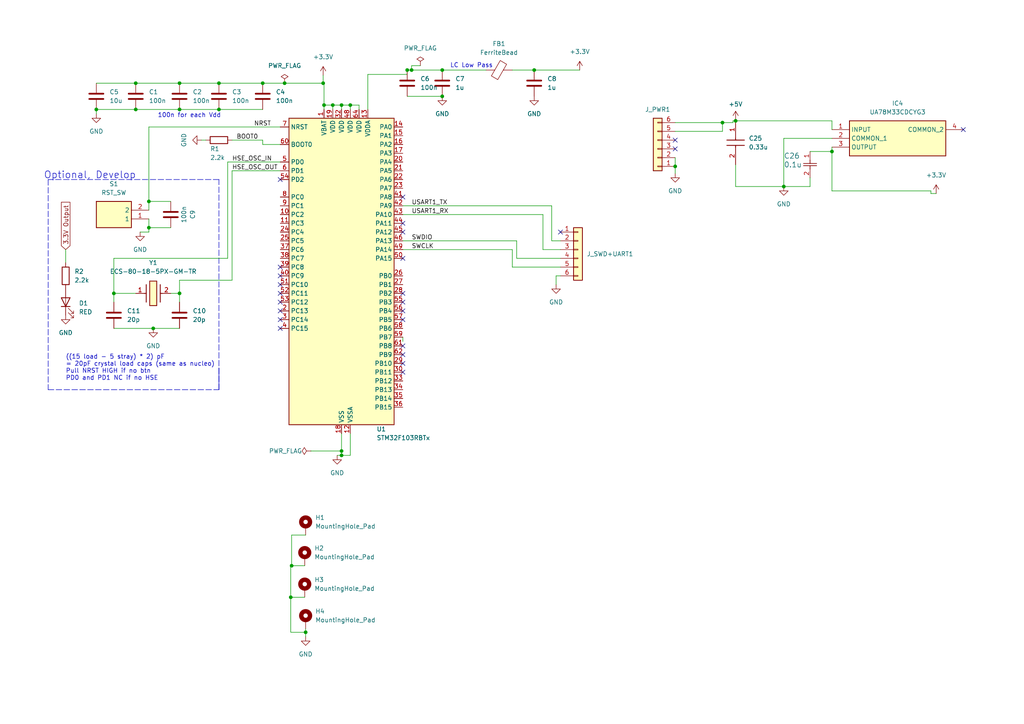
<source format=kicad_sch>
(kicad_sch (version 20230121) (generator eeschema)
  (paper "A4")
  (title_block (title "Robot Pcb") (date "2024-03-13") (company "Karim Ait-Allaoua") (comment 1 "BOOT0: LOW for always main flash memory") (comment 2 "Optional, Develop parts not needed for final design"))
  (lib_symbols
    (symbol "Connector_Generic:Conn_01x06" (pin_names (offset 1.016) hide)
      (property "Reference" "J" (at 0 7.62 0))
      (property "Value" "Conn_01x06" (at 0 -10.16 0))
      (symbol "Conn_01x06_1_1"
        (rectangle (start -1.27 -7.493) (end 0 -7.747) (stroke (width 0.1524)))
        (rectangle (start -1.27 -4.953) (end 0 -5.207) (stroke (width 0.1524)))
        (rectangle (start -1.27 -2.413) (end 0 -2.667) (stroke (width 0.1524)))
        (rectangle (start -1.27 0.127) (end 0 -0.127) (stroke (width 0.1524)))
        (rectangle (start -1.27 2.667) (end 0 2.413) (stroke (width 0.1524)))
        (rectangle (start -1.27 5.207) (end 0 4.953) (stroke (width 0.1524)))
        (rectangle (start -1.27 6.35) (end 1.27 -8.89) (stroke (width 0.254)) (fill (type background)))
        (pin passive line (at -5.08 5.08 0) (length 3.81) (name "Pin_1") (number "1"))
        (pin passive line (at -5.08 2.54 0) (length 3.81) (name "Pin_2") (number "2"))
        (pin passive line (at -5.08 0 0) (length 3.81) (name "Pin_3") (number "3"))
        (pin passive line (at -5.08 -2.54 0) (length 3.81) (name "Pin_4") (number "4"))
        (pin passive line (at -5.08 -5.08 0) (length 3.81) (name "Pin_5") (number "5"))
        (pin passive line (at -5.08 -7.62 0) (length 3.81) (name "Pin_6") (number "6"))
      )
    )
    (symbol "Device:C" (pin_numbers hide) (pin_names (offset 0.254))
      (property "Reference" "C" (at 0.635 2.54 0))
      (property "Value" "C" (at 0.635 -2.54 0))
      (symbol "C_0_1"
        (polyline (pts (xy -2.032 -0.762) (xy 2.032 -0.762)) (stroke (width 0.508)))
        (polyline (pts (xy -2.032 0.762) (xy 2.032 0.762)) (stroke (width 0.508)))
      )
      (symbol "C_1_1"
        (pin passive line (at 0 3.81 270) (length 2.794) (name "~") (number "1"))
        (pin passive line (at 0 -3.81 90) (length 2.794) (name "~") (number "2"))
      )
    )
    (symbol "Device:FerriteBead" (pin_numbers hide) (pin_names (offset 0))
      (property "Reference" "FB" (at -3.81 0.635 90))
      (property "Value" "FerriteBead" (at 3.81 0 90))
      (symbol "FerriteBead_0_1"
        (polyline (pts (xy 0 -1.27) (xy 0 -1.2192)))
        (polyline (pts (xy 0 1.27) (xy 0 1.2954)))
        (polyline (pts (xy -2.7686 0.4064) (xy -1.7018 2.2606) (xy 2.7686 -0.3048) (xy 1.6764 -2.159) (xy -2.7686 0.4064)))
      )
      (symbol "FerriteBead_1_1"
        (pin passive line (at 0 3.81 270) (length 2.54) (name "~") (number "1"))
        (pin passive line (at 0 -3.81 90) (length 2.54) (name "~") (number "2"))
      )
    )
    (symbol "Device:LED" (pin_numbers hide) (pin_names (offset 1.016) hide)
      (property "Reference" "D" (at 0 2.54 0))
      (property "Value" "LED" (at 0 -2.54 0))
      (symbol "LED_0_1"
        (polyline (pts (xy -1.27 -1.27) (xy -1.27 1.27)) (stroke (width 0.254)))
        (polyline (pts (xy -1.27 0) (xy 1.27 0)))
        (polyline (pts (xy 1.27 -1.27) (xy 1.27 1.27) (xy -1.27 0) (xy 1.27 -1.27)) (stroke (width 0.254)))
        (polyline (pts (xy -3.048 -0.762) (xy -4.572 -2.286) (xy -3.81 -2.286) (xy -4.572 -2.286) (xy -4.572 -1.524)))
        (polyline (pts (xy -1.778 -0.762) (xy -3.302 -2.286) (xy -2.54 -2.286) (xy -3.302 -2.286) (xy -3.302 -1.524)))
      )
      (symbol "LED_1_1"
        (pin passive line (at -3.81 0 0) (length 2.54) (name "K") (number "1"))
        (pin passive line (at 3.81 0 180) (length 2.54) (name "A") (number "2"))
      )
    )
    (symbol "Device:R" (pin_numbers hide) (pin_names (offset 0))
      (property "Reference" "R" (at 2.032 0 90))
      (property "Value" "R" (at 0 0 90))
      (symbol "R_0_1"
        (rectangle (start -1.016 -2.54) (end 1.016 2.54) (stroke (width 0.254)))
      )
      (symbol "R_1_1"
        (pin passive line (at 0 3.81 270) (length 1.27) (name "~") (number "1"))
        (pin passive line (at 0 -3.81 90) (length 1.27) (name "~") (number "2"))
      )
    )
    (symbol "MCU_ST_STM32F1:STM32F103RBTx"
      (property "Reference" "U" (at -15.24 46.99 0))
      (property "Value" "STM32F103RBTx" (at 10.16 46.99 0))
      (symbol "STM32F103RBTx_0_1"
        (rectangle (start -15.24 -43.18) (end 15.24 45.72) (stroke (width 0.254)) (fill (type background)))
      )
      (symbol "STM32F103RBTx_1_1"
        (pin power_in line (at -5.08 48.26 270) (length 2.54) (name "VBAT") (number "1"))
        (pin bidirectional line (at -17.78 17.78 0) (length 2.54) (name "PC2") (number "10"))
        (pin bidirectional line (at -17.78 15.24 0) (length 2.54) (name "PC3") (number "11"))
        (pin power_in line (at 2.54 -45.72 90) (length 2.54) (name "VSSA") (number "12"))
        (pin power_in line (at 7.62 48.26 270) (length 2.54) (name "VDDA") (number "13"))
        (pin bidirectional line (at 17.78 43.18 180) (length 2.54) (name "PA0") (number "14"))
        (pin bidirectional line (at 17.78 40.64 180) (length 2.54) (name "PA1") (number "15"))
        (pin bidirectional line (at 17.78 38.1 180) (length 2.54) (name "PA2") (number "16"))
        (pin bidirectional line (at 17.78 35.56 180) (length 2.54) (name "PA3") (number "17"))
        (pin power_in line (at 0 -45.72 90) (length 2.54) (name "VSS") (number "18"))
        (pin power_in line (at -2.54 48.26 270) (length 2.54) (name "VDD") (number "19"))
        (pin bidirectional line (at -17.78 -10.16 0) (length 2.54) (name "PC13") (number "2"))
        (pin bidirectional line (at 17.78 33.02 180) (length 2.54) (name "PA4") (number "20"))
        (pin bidirectional line (at 17.78 30.48 180) (length 2.54) (name "PA5") (number "21"))
        (pin bidirectional line (at 17.78 27.94 180) (length 2.54) (name "PA6") (number "22"))
        (pin bidirectional line (at 17.78 25.4 180) (length 2.54) (name "PA7") (number "23"))
        (pin bidirectional line (at -17.78 12.7 0) (length 2.54) (name "PC4") (number "24"))
        (pin bidirectional line (at -17.78 10.16 0) (length 2.54) (name "PC5") (number "25"))
        (pin bidirectional line (at 17.78 0 180) (length 2.54) (name "PB0") (number "26"))
        (pin bidirectional line (at 17.78 -2.54 180) (length 2.54) (name "PB1") (number "27"))
        (pin bidirectional line (at 17.78 -5.08 180) (length 2.54) (name "PB2") (number "28"))
        (pin bidirectional line (at 17.78 -25.4 180) (length 2.54) (name "PB10") (number "29"))
        (pin bidirectional line (at -17.78 -12.7 0) (length 2.54) (name "PC14") (number "3"))
        (pin bidirectional line (at 17.78 -27.94 180) (length 2.54) (name "PB11") (number "30"))
        (pin passive line (at 0 -45.72 90) (length 2.54) hide (name "VSS") (number "31"))
        (pin power_in line (at 0 48.26 270) (length 2.54) (name "VDD") (number "32"))
        (pin bidirectional line (at 17.78 -30.48 180) (length 2.54) (name "PB12") (number "33"))
        (pin bidirectional line (at 17.78 -33.02 180) (length 2.54) (name "PB13") (number "34"))
        (pin bidirectional line (at 17.78 -35.56 180) (length 2.54) (name "PB14") (number "35"))
        (pin bidirectional line (at 17.78 -38.1 180) (length 2.54) (name "PB15") (number "36"))
        (pin bidirectional line (at -17.78 7.62 0) (length 2.54) (name "PC6") (number "37"))
        (pin bidirectional line (at -17.78 5.08 0) (length 2.54) (name "PC7") (number "38"))
        (pin bidirectional line (at -17.78 2.54 0) (length 2.54) (name "PC8") (number "39"))
        (pin bidirectional line (at -17.78 -15.24 0) (length 2.54) (name "PC15") (number "4"))
        (pin bidirectional line (at -17.78 0 0) (length 2.54) (name "PC9") (number "40"))
        (pin bidirectional line (at 17.78 22.86 180) (length 2.54) (name "PA8") (number "41"))
        (pin bidirectional line (at 17.78 20.32 180) (length 2.54) (name "PA9") (number "42"))
        (pin bidirectional line (at 17.78 17.78 180) (length 2.54) (name "PA10") (number "43"))
        (pin bidirectional line (at 17.78 15.24 180) (length 2.54) (name "PA11") (number "44"))
        (pin bidirectional line (at 17.78 12.7 180) (length 2.54) (name "PA12") (number "45"))
        (pin bidirectional line (at 17.78 10.16 180) (length 2.54) (name "PA13") (number "46"))
        (pin passive line (at 0 -45.72 90) (length 2.54) hide (name "VSS") (number "47"))
        (pin power_in line (at 2.54 48.26 270) (length 2.54) (name "VDD") (number "48"))
        (pin bidirectional line (at 17.78 7.62 180) (length 2.54) (name "PA14") (number "49"))
        (pin bidirectional line (at -17.78 33.02 0) (length 2.54) (name "PD0") (number "5"))
        (pin bidirectional line (at 17.78 5.08 180) (length 2.54) (name "PA15") (number "50"))
        (pin bidirectional line (at -17.78 -2.54 0) (length 2.54) (name "PC10") (number "51"))
        (pin bidirectional line (at -17.78 -5.08 0) (length 2.54) (name "PC11") (number "52"))
        (pin bidirectional line (at -17.78 -7.62 0) (length 2.54) (name "PC12") (number "53"))
        (pin bidirectional line (at -17.78 27.94 0) (length 2.54) (name "PD2") (number "54"))
        (pin bidirectional line (at 17.78 -7.62 180) (length 2.54) (name "PB3") (number "55"))
        (pin bidirectional line (at 17.78 -10.16 180) (length 2.54) (name "PB4") (number "56"))
        (pin bidirectional line (at 17.78 -12.7 180) (length 2.54) (name "PB5") (number "57"))
        (pin bidirectional line (at 17.78 -15.24 180) (length 2.54) (name "PB6") (number "58"))
        (pin bidirectional line (at 17.78 -17.78 180) (length 2.54) (name "PB7") (number "59"))
        (pin bidirectional line (at -17.78 30.48 0) (length 2.54) (name "PD1") (number "6"))
        (pin input line (at -17.78 38.1 0) (length 2.54) (name "BOOT0") (number "60"))
        (pin bidirectional line (at 17.78 -20.32 180) (length 2.54) (name "PB8") (number "61"))
        (pin bidirectional line (at 17.78 -22.86 180) (length 2.54) (name "PB9") (number "62"))
        (pin passive line (at 0 -45.72 90) (length 2.54) hide (name "VSS") (number "63"))
        (pin power_in line (at 5.08 48.26 270) (length 2.54) (name "VDD") (number "64"))
        (pin input line (at -17.78 43.18 0) (length 2.54) (name "NRST") (number "7"))
        (pin bidirectional line (at -17.78 22.86 0) (length 2.54) (name "PC0") (number "8"))
        (pin bidirectional line (at -17.78 20.32 0) (length 2.54) (name "PC1") (number "9"))
      )
    )
    (symbol "Mechanical:MountingHole_Pad" (pin_numbers hide) (pin_names (offset 1.016) hide)
      (property "Reference" "H" (at 0 6.35 0))
      (property "Value" "MountingHole_Pad" (at 0 4.445 0))
      (symbol "MountingHole_Pad_0_1"
        (circle (center 0 1.27) (radius 1.27) (stroke (width 1.27)))
      )
      (symbol "MountingHole_Pad_1_1"
        (pin input line (at 0 -2.54 90) (length 2.54) (name "1") (number "1"))
      )
    )
    (symbol "capstone:95C04A3GWRT"
      (property "Reference" "S" (at 16.51 7.62 0))
      (property "Value" "95C04A3GWRT" (at 16.51 5.08 0))
      (symbol "95C04A3GWRT_1_1"
        (rectangle (start 5.08 2.54) (end 15.24 -5.08) (stroke (width 0.254)) (fill (type background)))
        (pin passive line (at 0 0 0) (length 5.08) (name "1") (number "1"))
        (pin passive line (at 0 -2.54 0) (length 5.08) (name "2") (number "2"))
      )
    )
    (symbol "capstone:C0805C104K5RAC7210" (pin_names (offset 0.254))
      (property "Reference" "C" (at 3.81 3.81 0))
      (property "Value" "C0805C104K5RAC7210" (at 3.81 -3.81 0))
      (symbol "C0805C104K5RAC7210_1_1"
        (polyline (pts (xy 2.54 0) (xy 3.4798 0)) (stroke (width 0.2032)))
        (polyline (pts (xy 3.4798 -1.905) (xy 3.4798 1.905)) (stroke (width 0.2032)))
        (polyline (pts (xy 4.1148 -1.905) (xy 4.1148 1.905)) (stroke (width 0.2032)))
        (polyline (pts (xy 4.1148 0) (xy 5.08 0)) (stroke (width 0.2032)))
        (pin unspecified line (at 0 0 0) (length 2.54) (name "") (number "1"))
        (pin unspecified line (at 7.62 0 180) (length 2.54) (name "") (number "2"))
      )
      (symbol "C0805C104K5RAC7210_1_2"
        (polyline (pts (xy -1.905 -4.1148) (xy 1.905 -4.1148)) (stroke (width 0.2032)))
        (polyline (pts (xy -1.905 -3.4798) (xy 1.905 -3.4798)) (stroke (width 0.2032)))
        (polyline (pts (xy 0 -4.1148) (xy 0 -5.08)) (stroke (width 0.2032)))
        (polyline (pts (xy 0 -2.54) (xy 0 -3.4798)) (stroke (width 0.2032)))
        (pin unspecified line (at 0 0 270) (length 2.54) (name "") (number "1"))
        (pin unspecified line (at 0 -7.62 90) (length 2.54) (name "") (number "2"))
      )
    )
    (symbol "capstone:C0805C334K3RACAUTO7210" (pin_names hide)
      (property "Reference" "C" (at 8.89 6.35 0))
      (property "Value" "0.33u" (at 8.89 3.81 0))
      (symbol "C0805C334K3RACAUTO7210_1_1"
        (polyline (pts (xy 5.08 0) (xy 5.588 0)) (stroke (width 0.254)))
        (polyline (pts (xy 5.588 2.54) (xy 5.588 -2.54)) (stroke (width 0.254)))
        (polyline (pts (xy 7.112 0) (xy 7.62 0)) (stroke (width 0.254)))
        (polyline (pts (xy 7.112 2.54) (xy 7.112 -2.54)) (stroke (width 0.254)))
        (pin passive line (at 0 0 0) (length 5.08) (name "1") (number "1"))
        (pin passive line (at 12.7 0 180) (length 5.08) (name "2") (number "2"))
      )
    )
    (symbol "capstone:ECS-80-18-5PX-GM-TR" (pin_names hide)
      (property "Reference" "Y" (at 8.89 6.35 0))
      (property "Value" "ECS-80-18-5PX-GM-TR" (at 8.89 3.81 0))
      (symbol "ECS-80-18-5PX-GM-TR_1_1"
        (polyline (pts (xy 3.048 0) (xy 2.54 0)) (stroke (width 0.254)))
        (polyline (pts (xy 3.048 2.54) (xy 3.048 -2.54)) (stroke (width 0.254)))
        (polyline (pts (xy 7.112 0) (xy 7.62 0)) (stroke (width 0.254)))
        (polyline (pts (xy 7.112 2.54) (xy 7.112 -2.54)) (stroke (width 0.254)))
        (rectangle (start 4.064 3.556) (end 6.096 -3.556) (stroke (width 0.254)) (fill (type background)))
        (pin passive line (at 0 0 0) (length 2.54) (name "1") (number "1"))
        (pin passive line (at 10.16 0 180) (length 2.54) (name "2") (number "2"))
      )
    )
    (symbol "capstone:UA78M33CDCYG3"
      (property "Reference" "IC" (at 34.29 7.62 0))
      (property "Value" "UA78M33CDCYG3" (at 34.29 5.08 0))
      (symbol "UA78M33CDCYG3_1_1"
        (rectangle (start 5.08 2.54) (end 33.02 -7.62) (stroke (width 0.254)) (fill (type background)))
        (pin passive line (at 0 0 0) (length 5.08) (name "INPUT") (number "1"))
        (pin passive line (at 0 -2.54 0) (length 5.08) (name "COMMON_1") (number "2"))
        (pin passive line (at 0 -5.08 0) (length 5.08) (name "OUTPUT") (number "3"))
        (pin passive line (at 38.1 0 180) (length 5.08) (name "COMMON_2") (number "4"))
      )
    )
    (symbol "power:+3.3V" (power) (pin_names (offset 0))
      (property "Value" "+3.3V" (at 0 3.556 0))
      (symbol "+3.3V_0_1"
        (polyline (pts (xy -0.762 1.27) (xy 0 2.54)))
        (polyline (pts (xy 0 0) (xy 0 2.54)))
        (polyline (pts (xy 0 2.54) (xy 0.762 1.27)))
      )
      (symbol "+3.3V_1_1"
        (pin power_in line (at 0 0 90) (length 0) hide (name "+3.3V") (number "1"))
      )
    )
    (symbol "power:+5V" (power) (pin_names (offset 0))
      (property "Value" "+5V" (at 0 3.556 0))
      (symbol "+5V_0_1"
        (polyline (pts (xy -0.762 1.27) (xy 0 2.54)))
        (polyline (pts (xy 0 0) (xy 0 2.54)))
        (polyline (pts (xy 0 2.54) (xy 0.762 1.27)))
      )
      (symbol "+5V_1_1"
        (pin power_in line (at 0 0 90) (length 0) hide (name "+5V") (number "1"))
      )
    )
    (symbol "power:GND" (power) (pin_names (offset 0))
      (property "Value" "GND" (at 0 -3.81 0))
      (symbol "GND_0_1"
        (polyline (pts (xy 0 0) (xy 0 -1.27) (xy 1.27 -1.27) (xy 0 -2.54) (xy -1.27 -1.27) (xy 0 -1.27)))
      )
      (symbol "GND_1_1"
        (pin power_in line (at 0 0 270) (length 0) hide (name "GND") (number "1"))
      )
    )
    (symbol "power:PWR_FLAG" (power) (pin_numbers hide) (pin_names (offset 0) hide)
      (property "Value" "PWR_FLAG" (at 0 3.81 0))
      (symbol "PWR_FLAG_0_0"
        (pin power_out line (at 0 0 90) (length 0) (name "pwr") (number "1"))
      )
      (symbol "PWR_FLAG_0_1"
        (polyline (pts (xy 0 0) (xy 0 1.27) (xy -1.016 1.905) (xy 0 2.54) (xy 1.016 1.905) (xy 0 1.27)))
      )
    )
  )
  (junction (at 84.328 173.228))
  (junction (at 82.55 24.13))
  (junction (at 99.06 132.08))
  (junction (at 128.27 20.32))
  (junction (at 88.646 183.388))
  (junction (at 39.37 31.75))
  (junction (at 63.5 31.75))
  (junction (at 128.27 27.94))
  (junction (at 52.07 85.09))
  (junction (at 101.6 30.48))
  (junction (at 33.02 85.09))
  (junction (at 209.55 35.56))
  (junction (at 84.582 164.084))
  (junction (at 93.98 30.48))
  (junction (at 154.94 20.32))
  (junction (at 27.94 31.75))
  (junction (at 195.834 48.26))
  (junction (at 52.07 31.75))
  (junction (at 241.3 43.942))
  (junction (at 43.18 66.04))
  (junction (at 76.2 24.13))
  (junction (at 96.52 30.48))
  (junction (at 93.726 24.13))
  (junction (at 213.36 35.052))
  (junction (at 43.18 58.42))
  (junction (at 227.33 54.102))
  (junction (at 44.45 95.25))
  (junction (at 99.06 30.48))
  (junction (at 39.37 24.13))
  (junction (at 52.07 24.13))
  (junction (at 118.11 20.32))
  (junction (at 99.06 130.81))
  (junction (at 119.38 20.32))
  (junction (at 63.5 24.13))
  (no_connect (at 81.28 90.17))
  (no_connect (at 81.28 82.55))
  (no_connect (at 116.84 85.09))
  (no_connect (at 116.84 87.63))
  (no_connect (at 116.84 67.31))
  (no_connect (at 116.84 57.15))
  (no_connect (at 116.84 107.95))
  (no_connect (at 81.28 85.09))
  (no_connect (at 81.28 80.01))
  (no_connect (at 116.84 90.17))
  (no_connect (at 195.834 40.64))
  (no_connect (at 81.28 87.63))
  (no_connect (at 279.4 37.592))
  (no_connect (at 81.28 77.47))
  (no_connect (at 116.84 100.33))
  (no_connect (at 116.84 64.77))
  (no_connect (at 116.84 74.93))
  (no_connect (at 162.56 67.31))
  (no_connect (at 116.84 105.41))
  (no_connect (at 81.28 95.25))
  (no_connect (at 81.28 92.71))
  (no_connect (at 116.84 92.71))
  (no_connect (at 116.84 102.87))
  (no_connect (at 195.834 43.18))
  (no_connect (at 81.28 52.07))
  (wire (pts (xy 39.37 24.13) (xy 52.07 24.13)))
  (wire (pts (xy 157.48 72.39) (xy 157.48 62.23)))
  (wire (pts (xy 63.5 24.13) (xy 76.2 24.13)))
  (wire (pts (xy 66.04 46.99) (xy 81.28 46.99)))
  (wire (pts (xy 118.11 20.32) (xy 119.38 20.32)))
  (wire (pts (xy 161.29 80.01) (xy 162.56 80.01)))
  (wire (pts (xy 97.79 132.08) (xy 99.06 132.08)))
  (polyline (pts (xy 13.97 113.03) (xy 63.5 113.03)) (stroke (width 0) (type dash)))
  (wire (pts (xy 93.98 30.48) (xy 96.52 30.48)))
  (wire (pts (xy 84.582 155.194) (xy 88.646 155.194)))
  (wire (pts (xy 213.36 47.752) (xy 213.36 54.102)))
  (wire (pts (xy 63.5 31.75) (xy 76.2 31.75)))
  (wire (pts (xy 162.56 72.39) (xy 157.48 72.39)))
  (wire (pts (xy 162.56 77.47) (xy 148.59 77.47)))
  (wire (pts (xy 49.53 85.09) (xy 52.07 85.09)))
  (wire (pts (xy 90.17 130.81) (xy 99.06 130.81)))
  (wire (pts (xy 195.834 48.26) (xy 195.834 50.292)))
  (wire (pts (xy 128.27 20.32) (xy 140.97 20.32)))
  (wire (pts (xy 44.45 95.25) (xy 52.07 95.25)))
  (wire (pts (xy 106.68 21.59) (xy 118.11 21.59)))
  (wire (pts (xy 148.59 20.32) (xy 154.94 20.32)))
  (wire (pts (xy 84.582 164.084) (xy 84.582 155.194)))
  (wire (pts (xy 209.55 38.1) (xy 209.55 35.56)))
  (wire (pts (xy 118.11 21.59) (xy 118.11 20.32)))
  (wire (pts (xy 213.36 35.052) (xy 241.3 35.052)))
  (polyline (pts (xy 63.5 113.03) (xy 63.5 106.68)))
  (wire (pts (xy 101.6 125.73) (xy 101.6 132.08)))
  (wire (pts (xy 241.3 43.942) (xy 241.3 42.672)))
  (wire (pts (xy 106.68 21.59) (xy 106.68 31.75)))
  (wire (pts (xy 104.14 31.75) (xy 104.14 30.48)))
  (wire (pts (xy 213.36 54.102) (xy 227.33 54.102)))
  (wire (pts (xy 116.84 69.85) (xy 149.86 69.85)))
  (wire (pts (xy 241.3 55.372) (xy 270.002 55.372)))
  (wire (pts (xy 27.94 31.75) (xy 39.37 31.75)))
  (wire (pts (xy 43.18 63.5) (xy 43.18 66.04)))
  (wire (pts (xy 209.55 35.56) (xy 212.598 35.56)))
  (wire (pts (xy 96.52 31.75) (xy 96.52 30.48)))
  (wire (pts (xy 33.02 74.93) (xy 33.02 85.09)))
  (wire (pts (xy 234.95 54.102) (xy 227.33 54.102)))
  (wire (pts (xy 99.06 30.48) (xy 101.6 30.48)))
  (wire (pts (xy 99.06 31.75) (xy 99.06 30.48)))
  (wire (pts (xy 88.646 183.388) (xy 88.646 184.658)))
  (wire (pts (xy 161.29 82.55) (xy 161.29 80.01)))
  (wire (pts (xy 33.02 95.25) (xy 44.45 95.25)))
  (wire (pts (xy 101.6 30.48) (xy 101.6 31.75)))
  (wire (pts (xy 241.3 43.942) (xy 241.3 55.372)))
  (wire (pts (xy 195.834 35.56) (xy 209.55 35.56)))
  (wire (pts (xy 84.328 164.084) (xy 84.582 164.084)))
  (wire (pts (xy 43.18 58.42) (xy 49.53 58.42)))
  (wire (pts (xy 59.69 40.64) (xy 58.42 40.64)))
  (wire (pts (xy 52.07 24.13) (xy 63.5 24.13)))
  (wire (pts (xy 76.2 41.91) (xy 81.28 41.91)))
  (wire (pts (xy 84.328 173.228) (xy 88.392 173.228)))
  (wire (pts (xy 270.002 56.134) (xy 271.526 56.134)))
  (wire (pts (xy 99.06 132.08) (xy 99.06 130.81)))
  (wire (pts (xy 93.726 24.13) (xy 93.98 24.13)))
  (wire (pts (xy 121.92 19.05) (xy 119.38 19.05)))
  (wire (pts (xy 84.328 183.388) (xy 84.328 173.228)))
  (wire (pts (xy 39.37 31.75) (xy 52.07 31.75)))
  (wire (pts (xy 67.31 49.53) (xy 81.28 49.53)))
  (wire (pts (xy 43.18 58.42) (xy 43.18 60.96)))
  (wire (pts (xy 27.94 31.75) (xy 27.94 33.02)))
  (wire (pts (xy 234.95 51.562) (xy 234.95 54.102)))
  (wire (pts (xy 43.18 67.31) (xy 40.64 67.31)))
  (wire (pts (xy 227.33 40.132) (xy 241.3 40.132)))
  (wire (pts (xy 93.726 21.844) (xy 93.726 24.13)))
  (wire (pts (xy 160.02 69.85) (xy 162.56 69.85)))
  (wire (pts (xy 27.94 24.13) (xy 39.37 24.13)))
  (wire (pts (xy 99.06 125.73) (xy 99.06 130.81)))
  (wire (pts (xy 67.31 40.64) (xy 76.2 40.64)))
  (wire (pts (xy 43.18 36.83) (xy 43.18 58.42)))
  (wire (pts (xy 88.646 183.388) (xy 84.328 183.388)))
  (wire (pts (xy 88.646 182.372) (xy 88.646 183.388)))
  (wire (pts (xy 66.04 74.93) (xy 33.02 74.93)))
  (wire (pts (xy 104.14 30.48) (xy 101.6 30.48)))
  (wire (pts (xy 66.04 46.99) (xy 66.04 74.93)))
  (polyline (pts (xy 63.5 113.03) (xy 63.5 52.07)) (stroke (width 0) (type dash)))
  (wire (pts (xy 96.52 30.48) (xy 99.06 30.48)))
  (wire (pts (xy 43.18 36.83) (xy 81.28 36.83)))
  (wire (pts (xy 76.2 24.13) (xy 82.55 24.13)))
  (wire (pts (xy 227.33 54.102) (xy 227.33 40.132)))
  (wire (pts (xy 93.98 24.13) (xy 93.98 30.48)))
  (wire (pts (xy 33.02 85.09) (xy 39.37 85.09)))
  (wire (pts (xy 43.18 66.04) (xy 43.18 67.31)))
  (wire (pts (xy 168.148 20.32) (xy 154.94 20.32)))
  (wire (pts (xy 160.02 59.69) (xy 160.02 69.85)))
  (wire (pts (xy 270.002 55.372) (xy 270.002 56.134)))
  (wire (pts (xy 195.834 38.1) (xy 209.55 38.1)))
  (polyline (pts (xy 13.97 52.07) (xy 13.97 113.03)) (stroke (width 0) (type dash)))
  (wire (pts (xy 148.59 72.39) (xy 116.84 72.39)))
  (wire (pts (xy 119.38 19.05) (xy 119.38 20.32)))
  (wire (pts (xy 43.18 66.04) (xy 49.53 66.04)))
  (wire (pts (xy 148.59 72.39) (xy 148.59 77.47)))
  (wire (pts (xy 84.328 173.228) (xy 84.328 164.084)))
  (wire (pts (xy 213.36 34.798) (xy 213.36 35.052)))
  (wire (pts (xy 234.95 43.942) (xy 241.3 43.942)))
  (wire (pts (xy 84.582 164.084) (xy 88.392 164.084)))
  (wire (pts (xy 195.834 45.72) (xy 195.834 48.26)))
  (wire (pts (xy 212.598 35.56) (xy 212.598 35.052)))
  (wire (pts (xy 118.11 27.94) (xy 128.27 27.94)))
  (wire (pts (xy 99.06 132.08) (xy 101.6 132.08)))
  (wire (pts (xy 76.2 40.64) (xy 76.2 41.91)))
  (wire (pts (xy 119.38 20.32) (xy 128.27 20.32)))
  (wire (pts (xy 52.07 81.28) (xy 67.31 81.28)))
  (wire (pts (xy 19.05 72.39) (xy 19.05 76.2)))
  (wire (pts (xy 52.07 85.09) (xy 52.07 87.63)))
  (polyline (pts (xy 63.5 52.07) (xy 13.97 52.07)) (stroke (width 0) (type dash)))
  (wire (pts (xy 116.84 59.69) (xy 160.02 59.69)))
  (wire (pts (xy 162.56 74.93) (xy 149.86 74.93)))
  (wire (pts (xy 33.02 85.09) (xy 33.02 87.63)))
  (wire (pts (xy 82.55 24.13) (xy 93.726 24.13)))
  (wire (pts (xy 93.98 31.75) (xy 93.98 30.48)))
  (wire (pts (xy 52.07 81.28) (xy 52.07 85.09)))
  (wire (pts (xy 157.48 62.23) (xy 116.84 62.23)))
  (wire (pts (xy 149.86 74.93) (xy 149.86 69.85)))
  (wire (pts (xy 116.84 99.06) (xy 116.84 97.79)))
  (wire (pts (xy 212.598 35.052) (xy 213.36 35.052)))
  (wire (pts (xy 52.07 31.75) (xy 63.5 31.75)))
  (wire (pts (xy 241.3 35.052) (xy 241.3 37.592)))
  (wire (pts (xy 67.31 81.28) (xy 67.31 49.53)))
  (text "((15 load - 5 stray) * 2) pF \n= 20pF crystal load caps (same as nucleo)\nPull NRST HIGH if no btn\nPD0 and PD1 NC if no HSE" (at 19.05 110.49 0) (effects (font (size 1.27 1.27)) (justify left bottom)))
  (text "Optional, Develop" (at 12.7 52.07 0) (effects (font (size 2 2)) (justify left bottom)))
  (text "100n for each Vdd" (at 45.72 34.29 0) (effects (font (size 1.27 1.27)) (justify left bottom)))
  (text "LC Low Pass" (at 130.556 19.812 0) (effects (font (size 1.27 1.27)) (justify left bottom)))
  (label "HSE_OSC_OUT" (at 67.31 49.53 0))
  (label "USART1_TX" (at 119.38 59.69 0))
  (label "HSE_OSC_IN" (at 67.31 46.99 0))
  (label "SWCLK" (at 119.38 72.39 0))
  (label "USART1_RX" (at 119.38 62.23 0))
  (label "BOOT0" (at 68.58 40.64 0))
  (label "NRST" (at 73.66 36.83 0))
  (label "SWDIO" (at 119.38 69.85 0))
  (global_label "3.3V Output" (shape input) (at 19.05 72.39 90) (property "Intersheetrefs" "${INTERSHEET_REFS}" (effects hide)))
  (symbol (lib_id "Mechanical:MountingHole_Pad") (at 88.646 179.832 0) (unit 1)
    (property "Reference" "H4" (at 91.44 177.292 0) (effects (justify left)))
    (property "Value" "MountingHole_Pad" (at 91.44 179.832 0) (effects (justify left)))
    (property "Footprint" "MountingHole:MountingHole_3.2mm_M3_Pad_Via" (effects hide))
  )
  (symbol (lib_id "MCU_ST_STM32F1:STM32F103RBTx") (at 99.06 80.01 0) (unit 1)
    (property "Reference" "U1" (at 109.22 124.46 0) (effects (justify left)))
    (property "Value" "STM32F103RBTx" (at 109.22 127 0) (effects (justify left)))
    (property "Footprint" "Package_QFP:LQFP-64_10x10mm_P0.5mm" (effects hide))
    (property "Datasheet" "https://www.st.com/resource/en/datasheet/stm32f103rb.pdf" (effects hide))
  )
  (symbol (lib_id "Device:C") (at 27.94 27.94 0) (unit 1)
    (property "Reference" "C5" (at 31.75 26.67 0) (effects (justify left)))
    (property "Value" "10u" (at 31.75 29.21 0) (effects (justify left)))
    (property "Footprint" "Capacitor_SMD:C_0603_1608Metric" (effects hide))
  )
  (symbol (lib_id "power:GND") (at 154.94 27.94 0) (unit 1)
    (property "Reference" "#PWR06" (effects hide))
    (property "Value" "GND" (at 154.94 33.02 0))
  )
  (symbol (lib_id "Connector_Generic:Conn_01x06") (at 167.64 72.39 0) (unit 1)
    (property "Reference" "J_SWD+UART1" (at 170.18 73.66 0) (effects (justify left)))
    (property "Value" "Conn_01x06" (effects hide))
    (property "Footprint" "Connector_PinHeader_2.54mm:PinHeader_1x06_P2.54mm_Vertical" (effects hide))
  )
  (symbol (lib_id "Device:C") (at 49.53 62.23 180) (unit 1)
    (property "Reference" "C9" (at 55.88 62.23 90))
    (property "Value" "100n" (at 53.34 62.23 90))
    (property "Footprint" "Capacitor_SMD:C_0402_1005Metric" (effects hide))
  )
  (symbol (lib_id "Mechanical:MountingHole_Pad") (at 88.392 161.544 0) (unit 1)
    (property "Reference" "H2" (at 91.186 159.004 0) (effects (justify left)))
    (property "Value" "MountingHole_Pad" (at 91.186 161.544 0) (effects (justify left)))
    (property "Footprint" "MountingHole:MountingHole_3.2mm_M3_Pad_Via" (effects hide))
  )
  (symbol (lib_id "power:GND") (at 88.646 184.658 0) (unit 1)
    (property "Reference" "#PWR019" (effects hide))
    (property "Value" "GND" (at 88.646 189.738 0))
  )
  (symbol (lib_id "Device:C") (at 118.11 24.13 0) (unit 1)
    (property "Reference" "C6" (at 121.92 22.86 0) (effects (justify left)))
    (property "Value" "100n" (at 121.92 25.4 0) (effects (justify left)))
    (property "Footprint" "Capacitor_SMD:C_0402_1005Metric" (effects hide))
  )
  (symbol (lib_id "power:GND") (at 128.27 27.94 0) (unit 1)
    (property "Reference" "#PWR07" (effects hide))
    (property "Value" "GND" (at 128.27 33.02 0))
  )
  (symbol (lib_id "power:GND") (at 40.64 67.31 0) (unit 1)
    (property "Reference" "#PWR08" (effects hide))
    (property "Value" "GND" (at 40.64 72.39 0))
  )
  (symbol (lib_id "capstone:95C04A3GWRT") (at 43.18 63.5 180) (unit 1)
    (property "Reference" "S1" (at 33.02 53.34 0))
    (property "Value" "RST_SW" (at 33.02 55.88 0))
    (property "Footprint" "capstone:95C04A3GWRT" (effects hide))
    (property "Mouser Part Number" "706-95C04A3GWRT" (effects hide))
    (property "Mouser Price/Stock" "https://www.mouser.co.uk/ProductDetail/Grayhill/95C04A3GWRT?qs=ls7QRyWmRk61gE7yXPOhmQ%3D%3D" (effects hide))
    (property "Manufacturer_Name" "Grayhill" (effects hide))
    (property "Manufacturer_Part_Number" "95C04A3GWRT" (effects hide))
  )
  (symbol (lib_id "Device:R") (at 19.05 80.01 0) (unit 1)
    (property "Reference" "R2" (at 21.59 78.74 0) (effects (justify left)))
    (property "Value" "2.2k" (at 21.59 81.28 0) (effects (justify left)))
    (property "Footprint" "Resistor_SMD:R_0402_1005Metric" (effects hide))
  )
  (symbol (lib_id "power:PWR_FLAG") (at 121.92 19.05 0) (unit 1)
    (property "Reference" "#FLG01" (effects hide))
    (property "Value" "PWR_FLAG" (at 121.92 13.97 0))
  )
  (symbol (lib_id "capstone:UA78M33CDCYG3") (at 241.3 37.592 0) (unit 1)
    (property "Reference" "IC4" (at 260.35 29.972 0))
    (property "Value" "UA78M33CDCYG3" (at 260.35 32.512 0))
    (property "Footprint" "capstone:SOT230P700X180-4N" (effects hide))
    (property "Datasheet" "http://www.ti.com/lit/ds/symlink/ua78m.pdf" (effects hide))
    (property "Height" "1.8" (effects hide))
    (property "Mouser Part Number" "595-UA78M33CDCYG3" (effects hide))
    (property "Mouser Price/Stock" "https://www.mouser.co.uk/ProductDetail/Texas-Instruments/UA78M33CDCYG3?qs=0O%2FZFlpUpJU0kFSZAC76Kw%3D%3D" (effects hide))
    (property "Manufacturer_Name" "Texas Instruments" (effects hide))
    (property "Manufacturer_Part_Number" "UA78M33CDCYG3" (effects hide))
  )
  (symbol (lib_id "Mechanical:MountingHole_Pad") (at 88.392 170.688 0) (unit 1)
    (property "Reference" "H3" (at 91.186 168.148 0) (effects (justify left)))
    (property "Value" "MountingHole_Pad" (at 91.186 170.688 0) (effects (justify left)))
    (property "Footprint" "MountingHole:MountingHole_3.2mm_M3_Pad_Via" (effects hide))
  )
  (symbol (lib_id "power:+5V") (at 213.36 34.798 0) (unit 1)
    (property "Reference" "#PWR05" (effects hide))
    (property "Value" "+5V" (at 213.36 30.226 0))
  )
  (symbol (lib_id "Device:R") (at 63.5 40.64 270) (unit 1)
    (property "Reference" "R1" (at 60.96 43.18 90) (effects (justify left)))
    (property "Value" "2.2k" (at 60.96 45.72 90) (effects (justify left)))
    (property "Footprint" "Resistor_SMD:R_0402_1005Metric" (effects hide))
  )
  (symbol (lib_id "Device:C") (at 76.2 27.94 0) (unit 1)
    (property "Reference" "C4" (at 80.01 26.67 0) (effects (justify left)))
    (property "Value" "100n" (at 80.01 29.21 0) (effects (justify left)))
    (property "Footprint" "Capacitor_SMD:C_0402_1005Metric" (effects hide))
  )
  (symbol (lib_id "power:GND") (at 19.05 91.44 0) (unit 1)
    (property "Reference" "#PWR015" (effects hide))
    (property "Value" "GND" (at 19.05 96.52 0))
  )
  (symbol (lib_id "Device:C") (at 63.5 27.94 0) (unit 1)
    (property "Reference" "C3" (at 67.31 26.67 0) (effects (justify left)))
    (property "Value" "100n" (at 67.31 29.21 0) (effects (justify left)))
    (property "Footprint" "Capacitor_SMD:C_0402_1005Metric" (effects hide))
  )
  (symbol (lib_id "power:GND") (at 227.33 54.102 0) (unit 1)
    (property "Reference" "#PWR02" (effects hide))
    (property "Value" "GND" (at 227.33 59.182 0))
  )
  (symbol (lib_id "Connector_Generic:Conn_01x06") (at 190.754 43.18 180) (unit 1)
    (property "Reference" "J_PWR1" (at 190.754 31.75 0))
    (property "Value" "Conn_01x06" (effects hide))
    (property "Footprint" "Connector_PinHeader_2.54mm:PinHeader_1x06_P2.54mm_Vertical" (effects hide))
  )
  (symbol (lib_id "capstone:ECS-80-18-5PX-GM-TR") (at 39.37 85.09 0) (unit 1)
    (property "Reference" "Y1" (at 44.45 76.2 0))
    (property "Value" "ECS-80-18-5PX-GM-TR" (at 44.45 78.74 0))
    (property "Footprint" "capstone:ECS80185PXGMTR" (effects hide))
    (property "Datasheet" "https://ecsxtal.com/store/pdf/csm-7x.pdf" (effects hide))
    (property "Height" "4.3" (effects hide))
    (property "Mouser Part Number" "520-80-18-5PX-GM-TR" (effects hide))
    (property "Mouser Price/Stock" "https://www.mouser.co.uk/ProductDetail/ECS/ECS-80-18-5PX-GM-TR?qs=amGC7iS6iy9i4EiBY7c3iQ%3D%3D" (effects hide))
    (property "Manufacturer_Name" "ECS" (effects hide))
    (property "Manufacturer_Part_Number" "ECS-80-18-5PX-GM-TR" (effects hide))
  )
  (symbol (lib_id "power:PWR_FLAG") (at 82.55 24.13 0) (unit 1)
    (property "Reference" "#FLG02" (effects hide))
    (property "Value" "PWR_FLAG" (at 82.55 19.05 0))
  )
  (symbol (lib_id "power:GND") (at 44.45 95.25 0) (unit 1)
    (property "Reference" "#PWR011" (effects hide))
    (property "Value" "GND" (at 44.45 100.33 0))
  )
  (symbol (lib_id "Device:C") (at 52.07 91.44 0) (unit 1)
    (property "Reference" "C10" (at 55.88 90.17 0) (effects (justify left)))
    (property "Value" "20p" (at 55.88 92.71 0) (effects (justify left)))
    (property "Footprint" "Capacitor_SMD:C_0402_1005Metric" (effects hide))
  )
  (symbol (lib_id "Device:C") (at 154.94 24.13 0) (unit 1)
    (property "Reference" "C8" (at 158.75 22.86 0) (effects (justify left)))
    (property "Value" "1u" (at 158.75 25.4 0) (effects (justify left)))
    (property "Footprint" "Capacitor_SMD:C_0402_1005Metric" (effects hide))
  )
  (symbol (lib_id "capstone:C0805C104K5RAC7210") (at 234.95 43.942 270) (unit 1)
    (property "Reference" "C26" (at 227.33 45.212 90) (effects (font (size 1.524 1.524)) (justify left)))
    (property "Value" "0.1u" (at 227.33 47.752 90) (effects (font (size 1.524 1.524)) (justify left)))
    (property "Footprint" "capstone:CAPC220145_88N_KEM-0.1u" (effects hide))
    (property "Datasheet" "C0805C104K5RAC7210" (effects hide))
  )
  (symbol (lib_id "Device:C") (at 39.37 27.94 0) (unit 1)
    (property "Reference" "C1" (at 43.18 26.67 0) (effects (justify left)))
    (property "Value" "100n" (at 43.18 29.21 0) (effects (justify left)))
    (property "Footprint" "Resistor_SMD:R_0402_1005Metric" (effects hide))
  )
  (symbol (lib_id "Device:LED") (at 19.05 87.63 90) (unit 1)
    (property "Reference" "D1" (at 22.86 87.9475 90) (effects (justify right)))
    (property "Value" "RED" (at 22.86 90.4875 90) (effects (justify right)))
    (property "Footprint" "LED_SMD:LED_0603_1608Metric" (effects hide))
  )
  (symbol (lib_id "Device:FerriteBead") (at 144.78 20.32 90) (unit 1)
    (property "Reference" "FB1" (at 144.7292 12.7 90))
    (property "Value" "FerriteBead" (at 144.7292 15.24 90))
    (property "Footprint" "Inductor_SMD:L_0603_1608Metric" (effects hide))
  )
  (symbol (lib_id "power:GND") (at 27.94 33.02 0) (unit 1)
    (property "Reference" "#PWR03" (effects hide))
    (property "Value" "GND" (at 27.94 38.1 0))
  )
  (symbol (lib_id "power:GND") (at 161.29 82.55 0) (unit 1)
    (property "Reference" "#PWR013" (effects hide))
    (property "Value" "GND" (at 161.29 87.63 0))
  )
  (symbol (lib_id "Device:C") (at 52.07 27.94 0) (unit 1)
    (property "Reference" "C2" (at 55.88 26.67 0) (effects (justify left)))
    (property "Value" "100n" (at 55.88 29.21 0) (effects (justify left)))
    (property "Footprint" "Capacitor_SMD:C_0402_1005Metric" (effects hide))
  )
  (symbol (lib_id "capstone:C0805C334K3RACAUTO7210") (at 213.36 35.052 270) (unit 1)
    (property "Reference" "C25" (at 217.17 40.132 90) (effects (justify left)))
    (property "Value" "0.33u" (at 217.17 42.672 90) (effects (justify left)))
    (property "Footprint" "capstone:C0805" (effects hide))
    (property "Datasheet" "https://content.kemet.com/datasheets/KEM_C1023_X7R_AUTO_SMD.pdf" (effects hide))
    (property "Height" "1.1" (effects hide))
    (property "Mouser Part Number" "80-C0805C334K3RAULR" (effects hide))
    (property "Mouser Price/Stock" "https://www.mouser.co.uk/ProductDetail/KEMET/C0805C334K3RACAUTO7210?qs=NJR6qtu0rR2beJg0CS0V%2FQ%3D%3D" (effects hide))
    (property "Manufacturer_Name" "KEMET" (effects hide))
    (property "Manufacturer_Part_Number" "C0805C334K3RACAUTO7210" (effects hide))
  )
  (symbol (lib_id "power:+3.3V") (at 168.148 20.32 0) (unit 1)
    (property "Reference" "#PWR023" (effects hide))
    (property "Value" "+3.3V" (at 168.148 14.986 0))
  )
  (symbol (lib_id "power:GND") (at 195.834 50.292 0) (unit 1)
    (property "Reference" "#PWR066" (effects hide))
    (property "Value" "GND" (at 195.834 55.372 0))
  )
  (symbol (lib_id "Device:C") (at 128.27 24.13 0) (unit 1)
    (property "Reference" "C7" (at 132.08 22.86 0) (effects (justify left)))
    (property "Value" "1u" (at 132.08 25.4 0) (effects (justify left)))
    (property "Footprint" "Capacitor_SMD:C_0402_1005Metric" (effects hide))
  )
  (symbol (lib_id "power:GND") (at 58.42 40.64 270) (unit 1)
    (property "Reference" "#PWR010" (effects hide))
    (property "Value" "GND" (at 53.34 40.64 0))
  )
  (symbol (lib_id "power:+3.3V") (at 93.726 21.844 0) (unit 1)
    (property "Reference" "#PWR032" (effects hide))
    (property "Value" "+3.3V" (at 93.726 16.51 0))
  )
  (symbol (lib_id "Mechanical:MountingHole_Pad") (at 88.646 152.654 0) (unit 1)
    (property "Reference" "H1" (at 91.44 150.114 0) (effects (justify left)))
    (property "Value" "MountingHole_Pad" (at 91.44 152.654 0) (effects (justify left)))
    (property "Footprint" "MountingHole:MountingHole_3.2mm_M3_Pad_Via" (effects hide))
  )
  (symbol (lib_id "power:GND") (at 97.79 132.08 0) (unit 1)
    (property "Reference" "#PWR01" (effects hide))
    (property "Value" "GND" (at 97.79 137.16 0))
  )
  (symbol (lib_id "power:PWR_FLAG") (at 90.17 130.81 90) (unit 1)
    (property "Reference" "#FLG03" (effects hide))
    (property "Value" "PWR_FLAG" (at 87.63 130.81 90) (effects (justify left)))
  )
  (symbol (lib_id "Device:C") (at 33.02 91.44 0) (unit 1)
    (property "Reference" "C11" (at 36.83 90.17 0) (effects (justify left)))
    (property "Value" "20p" (at 36.83 92.71 0) (effects (justify left)))
    (property "Footprint" "Capacitor_SMD:C_0402_1005Metric" (effects hide))
  )
  (symbol (lib_id "power:+3.3V") (at 271.526 56.134 0) (unit 1)
    (property "Reference" "#PWR021" (effects hide))
    (property "Value" "+3.3V" (at 271.526 50.8 0))
  )
)
</source>
